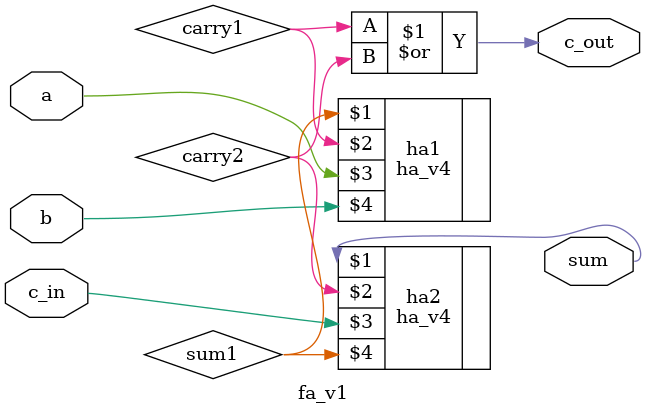
<source format=v>
module fa_v1(output wire sum, output wire c_out, input wire a, input wire b, input wire c_in);

  // Variables internas dentro del módulo
  wire sum1, carry1, carry2;

  ha_v4 ha1(sum1, carry1, a, b);
  ha_v4 ha2(sum, carry2, c_in, sum1);
  or or1(c_out, carry1, carry2);

  // assign {c_out, sum} = a + b + c_in;

endmodule
</source>
